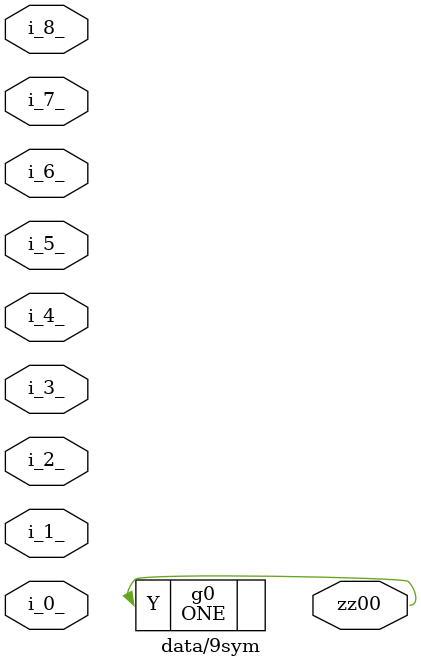
<source format=v>

module \data/9sym  ( 
    i_7_, i_8_, i_5_, i_6_, i_3_, i_4_, i_1_, i_2_, i_0_,
    zz00  );
  input  i_7_, i_8_, i_5_, i_6_, i_3_, i_4_, i_1_, i_2_, i_0_;
  output zz00;
  ONE        g0(.Y(zz00));
endmodule



</source>
